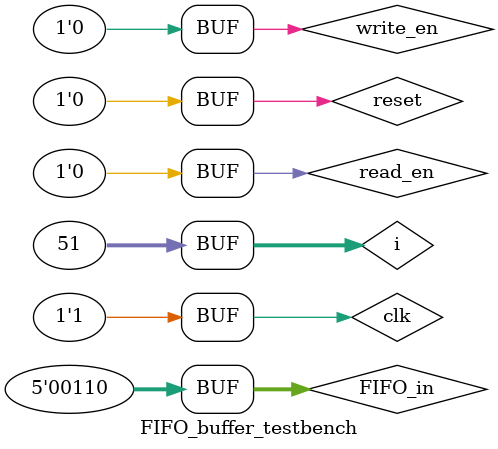
<source format=v>
module FIFO_buffer(clk, reset, FIFO_in, read_en, write_en, FIFO_out, FIFO_full, FIFO_empty);
		parameter 	VECTOR_WIDTH = 5, 
						FIFO_DEPTH = 4,
						FIFO_SIZE = 2**FIFO_DEPTH;
		
		input clk, reset, read_en, write_en;			// Single bit inputvalues
		input [VECTOR_WIDTH-1:0] FIFO_in; 				// Input spike vector (packed array)
		
		output FIFO_full, FIFO_empty;						// Single bit outputvalues don't need reg because they're wires
		output reg [VECTOR_WIDTH-1:0] FIFO_out;		// Output spike vector (packed array)
		
		reg [VECTOR_WIDTH-1:0] buffer [FIFO_SIZE:0]; // Buffer (packed and unpacked array) https://verificationguide.com/systemverilog/systemverilog-packed-and-unpacked-array/
		
		reg [FIFO_DEPTH:0] read_ptr = 0;					// Initialize readpointer (of size FIFO_DEPTH bits)
		reg [FIFO_DEPTH:0] write_ptr = 0;				// Initialize writepointer (of size FIFO_DEPTH bits)
		
		// Assign warning wires whenever the righthandside changes 
		assign FIFO_empty = (read_ptr == write_ptr)? 1'b1:1'b0; 
		assign FIFO_full = (write_ptr == (read_ptr - 1)%FIFO_SIZE)? 1'b1:1'b0; //changed % FIFO_SIZE here
		
		always @ (posedge clk, posedge reset)
		begin
			if(reset)
				write_ptr <= 0;
				
			// Write to the buffer	
			else if(write_en && !FIFO_full)
					begin
					buffer[write_ptr] <= FIFO_in;
					// Increment the pointer & loop around.
					write_ptr <= (write_ptr+1)%FIFO_SIZE;
					end
		end
		
		always @ (negedge clk, posedge reset)
		begin
			if(reset)
					read_ptr <= 0;
			// Read from the buffer
			else if(read_en && !FIFO_empty)
				begin
				FIFO_out <= buffer[read_ptr];
				// Increment the pointer & loop around.
				read_ptr <= (read_ptr + 1)%FIFO_SIZE;
				end
		end
		
endmodule 

module FIFO_buffer_testbench();
		reg clk, reset, read_en, write_en;
		wire FIFO_full, FIFO_empty;
		reg [4:0] FIFO_in;
		wire [4:0] FIFO_out;
		integer i;
		
		FIFO_buffer dut  (.clk(clk),
								.reset(reset),
								.FIFO_in(FIFO_in),
								.read_en(read_en),
								.write_en(write_en),
								.FIFO_out(FIFO_out),
								.FIFO_full(FIFO_full),
								.FIFO_empty(FIFO_empty)
							  );
		initial begin
			// Initialize Inputs
			reset = 1'b0;
			FIFO_in  = 5'b00000;
			read_en  = 1'b0;
			write_en  = 1'b0;    

			
			#10;
			write_en  = 1'b1;			// Start writing to the buffer
			FIFO_in  = 5'b00001;
			#20;
			FIFO_in  = 5'b00010;
			#20;
			FIFO_in  = 5'b00011;
			read_en  = 1'b1; 			// Read the first value from the buffer
			#20
			FIFO_in  = 5'b00100;
			#20;
			FIFO_in  = 5'b00101;
			read_en  = 1'b0;			// Stop reading.
			#20;
			FIFO_in  = 5'b00110;
			#20
			write_en  = 1'b0;			// Stop writing.
			read_en  = 1'b1;			// Resume reading.
			#160
			read_en  = 1'b0;			// Stop reading.
		end
		
		// Create a clock that switches every 10 timepoints
		initial begin
			clk  = 1'b0;
			for(i = 0; i<=50; i = i+1) begin
				#10 clk = ~clk; 
			end
		end
endmodule 
</source>
